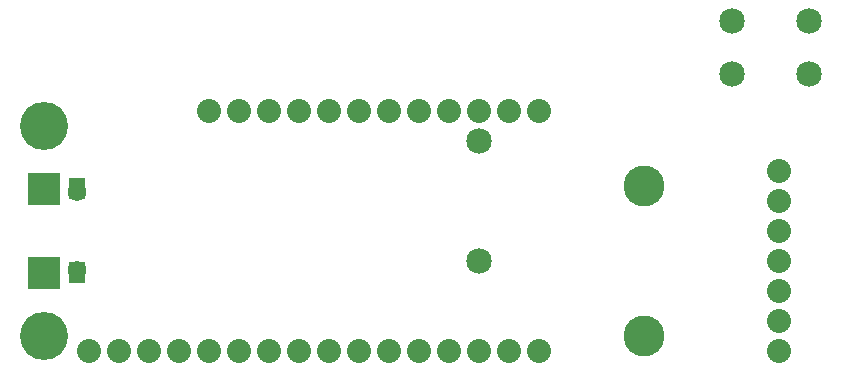
<source format=gts>
G04 MADE WITH FRITZING*
G04 WWW.FRITZING.ORG*
G04 DOUBLE SIDED*
G04 HOLES PLATED*
G04 CONTOUR ON CENTER OF CONTOUR VECTOR*
%ASAXBY*%
%FSLAX23Y23*%
%MOIN*%
%OFA0B0*%
%SFA1.0B1.0*%
%ADD10C,0.136614*%
%ADD11C,0.080000*%
%ADD12C,0.085000*%
%ADD13C,0.105000*%
%ADD14C,0.159999*%
%ADD15C,0.061496*%
%ADD16R,0.105000X0.105000*%
%ADD17R,0.001000X0.001000*%
%LNMASK1*%
G90*
G70*
G54D10*
X2164Y701D03*
G54D11*
X2614Y151D03*
X2614Y251D03*
X2614Y351D03*
X2614Y451D03*
X2614Y551D03*
X2614Y651D03*
X2614Y751D03*
G54D10*
X2164Y201D03*
G54D12*
X2714Y1074D03*
X2458Y1074D03*
X2714Y1251D03*
X2458Y1251D03*
X1614Y851D03*
X1614Y451D03*
G54D11*
X1014Y951D03*
X1114Y151D03*
X314Y151D03*
X1814Y951D03*
G54D13*
X164Y410D03*
G54D11*
X714Y151D03*
X1514Y151D03*
X1414Y951D03*
G54D14*
X164Y901D03*
G54D11*
X514Y151D03*
X914Y151D03*
X1314Y151D03*
X1714Y151D03*
X1614Y951D03*
X1214Y951D03*
X814Y951D03*
G54D15*
X274Y422D03*
G54D11*
X414Y151D03*
X614Y151D03*
X814Y151D03*
X1014Y151D03*
X1214Y151D03*
X1414Y151D03*
X1614Y151D03*
X1814Y151D03*
X1714Y951D03*
X1514Y951D03*
X1314Y951D03*
X1114Y951D03*
X914Y951D03*
X714Y951D03*
G54D14*
X164Y201D03*
G54D15*
X274Y681D03*
G54D13*
X164Y693D03*
G54D16*
X164Y410D03*
X164Y693D03*
G54D17*
X248Y728D02*
X299Y728D01*
X248Y727D02*
X299Y727D01*
X248Y726D02*
X299Y726D01*
X248Y725D02*
X299Y725D01*
X248Y724D02*
X299Y724D01*
X248Y723D02*
X299Y723D01*
X248Y722D02*
X299Y722D01*
X248Y721D02*
X299Y721D01*
X248Y720D02*
X299Y720D01*
X248Y719D02*
X299Y719D01*
X248Y718D02*
X299Y718D01*
X248Y717D02*
X299Y717D01*
X248Y716D02*
X299Y716D01*
X248Y715D02*
X299Y715D01*
X248Y714D02*
X299Y714D01*
X248Y713D02*
X299Y713D01*
X248Y712D02*
X299Y712D01*
X248Y711D02*
X299Y711D01*
X248Y710D02*
X299Y710D01*
X248Y709D02*
X299Y709D01*
X248Y708D02*
X299Y708D01*
X248Y707D02*
X299Y707D01*
X248Y706D02*
X299Y706D01*
X248Y705D02*
X299Y705D01*
X248Y704D02*
X299Y704D01*
X248Y703D02*
X299Y703D01*
X248Y702D02*
X299Y702D01*
X248Y701D02*
X299Y701D01*
X248Y700D02*
X299Y700D01*
X248Y699D02*
X299Y699D01*
X248Y698D02*
X270Y698D01*
X277Y698D02*
X299Y698D01*
X248Y697D02*
X267Y697D01*
X280Y697D02*
X299Y697D01*
X248Y696D02*
X265Y696D01*
X282Y696D02*
X299Y696D01*
X248Y695D02*
X264Y695D01*
X284Y695D02*
X299Y695D01*
X248Y694D02*
X262Y694D01*
X285Y694D02*
X299Y694D01*
X248Y693D02*
X261Y693D01*
X286Y693D02*
X299Y693D01*
X248Y692D02*
X261Y692D01*
X287Y692D02*
X299Y692D01*
X248Y691D02*
X260Y691D01*
X287Y691D02*
X299Y691D01*
X248Y690D02*
X259Y690D01*
X288Y690D02*
X299Y690D01*
X248Y689D02*
X259Y689D01*
X288Y689D02*
X299Y689D01*
X248Y688D02*
X258Y688D01*
X289Y688D02*
X299Y688D01*
X248Y687D02*
X258Y687D01*
X289Y687D02*
X299Y687D01*
X248Y686D02*
X258Y686D01*
X289Y686D02*
X299Y686D01*
X248Y685D02*
X258Y685D01*
X289Y685D02*
X299Y685D01*
X248Y684D02*
X258Y684D01*
X289Y684D02*
X299Y684D01*
X248Y683D02*
X258Y683D01*
X289Y683D02*
X299Y683D01*
X248Y682D02*
X258Y682D01*
X289Y682D02*
X299Y682D01*
X248Y681D02*
X258Y681D01*
X289Y681D02*
X299Y681D01*
X248Y680D02*
X258Y680D01*
X289Y680D02*
X299Y680D01*
X248Y679D02*
X258Y679D01*
X289Y679D02*
X299Y679D01*
X248Y678D02*
X258Y678D01*
X289Y678D02*
X299Y678D01*
X248Y677D02*
X258Y677D01*
X289Y677D02*
X299Y677D01*
X248Y676D02*
X259Y676D01*
X288Y676D02*
X299Y676D01*
X248Y675D02*
X259Y675D01*
X288Y675D02*
X299Y675D01*
X248Y674D02*
X260Y674D01*
X287Y674D02*
X299Y674D01*
X248Y673D02*
X260Y673D01*
X287Y673D02*
X299Y673D01*
X248Y672D02*
X261Y672D01*
X286Y672D02*
X299Y672D01*
X248Y671D02*
X262Y671D01*
X285Y671D02*
X299Y671D01*
X248Y670D02*
X263Y670D01*
X284Y670D02*
X299Y670D01*
X248Y669D02*
X265Y669D01*
X282Y669D02*
X299Y669D01*
X248Y668D02*
X267Y668D01*
X280Y668D02*
X299Y668D01*
X248Y667D02*
X299Y667D01*
X248Y666D02*
X299Y666D01*
X248Y665D02*
X299Y665D01*
X248Y664D02*
X299Y664D01*
X248Y663D02*
X299Y663D01*
X248Y662D02*
X299Y662D01*
X248Y661D02*
X299Y661D01*
X248Y660D02*
X299Y660D01*
X248Y659D02*
X299Y659D01*
X248Y658D02*
X299Y658D01*
X248Y657D02*
X299Y657D01*
X248Y448D02*
X299Y448D01*
X248Y447D02*
X299Y447D01*
X248Y446D02*
X299Y446D01*
X248Y445D02*
X299Y445D01*
X248Y444D02*
X299Y444D01*
X248Y443D02*
X299Y443D01*
X248Y442D02*
X299Y442D01*
X248Y441D02*
X299Y441D01*
X248Y440D02*
X299Y440D01*
X248Y439D02*
X299Y439D01*
X248Y438D02*
X269Y438D01*
X278Y438D02*
X299Y438D01*
X248Y437D02*
X266Y437D01*
X281Y437D02*
X299Y437D01*
X248Y436D02*
X264Y436D01*
X283Y436D02*
X299Y436D01*
X248Y435D02*
X263Y435D01*
X284Y435D02*
X299Y435D01*
X248Y434D02*
X262Y434D01*
X285Y434D02*
X299Y434D01*
X248Y433D02*
X261Y433D01*
X286Y433D02*
X299Y433D01*
X248Y432D02*
X260Y432D01*
X287Y432D02*
X299Y432D01*
X248Y431D02*
X260Y431D01*
X287Y431D02*
X299Y431D01*
X248Y430D02*
X259Y430D01*
X288Y430D02*
X299Y430D01*
X248Y429D02*
X258Y429D01*
X289Y429D02*
X299Y429D01*
X248Y428D02*
X258Y428D01*
X289Y428D02*
X299Y428D01*
X248Y427D02*
X258Y427D01*
X289Y427D02*
X299Y427D01*
X248Y426D02*
X258Y426D01*
X289Y426D02*
X299Y426D01*
X248Y425D02*
X258Y425D01*
X289Y425D02*
X299Y425D01*
X248Y424D02*
X258Y424D01*
X289Y424D02*
X299Y424D01*
X248Y423D02*
X258Y423D01*
X289Y423D02*
X299Y423D01*
X248Y422D02*
X258Y422D01*
X289Y422D02*
X299Y422D01*
X248Y421D02*
X258Y421D01*
X289Y421D02*
X299Y421D01*
X248Y420D02*
X258Y420D01*
X289Y420D02*
X299Y420D01*
X248Y419D02*
X258Y419D01*
X289Y419D02*
X299Y419D01*
X248Y418D02*
X258Y418D01*
X289Y418D02*
X299Y418D01*
X248Y417D02*
X258Y417D01*
X289Y417D02*
X299Y417D01*
X248Y416D02*
X259Y416D01*
X288Y416D02*
X299Y416D01*
X248Y415D02*
X259Y415D01*
X288Y415D02*
X299Y415D01*
X248Y414D02*
X260Y414D01*
X287Y414D02*
X299Y414D01*
X248Y413D02*
X261Y413D01*
X286Y413D02*
X299Y413D01*
X248Y412D02*
X262Y412D01*
X285Y412D02*
X299Y412D01*
X248Y411D02*
X263Y411D01*
X284Y411D02*
X299Y411D01*
X248Y410D02*
X264Y410D01*
X283Y410D02*
X299Y410D01*
X248Y409D02*
X265Y409D01*
X282Y409D02*
X299Y409D01*
X248Y408D02*
X267Y408D01*
X280Y408D02*
X299Y408D01*
X248Y407D02*
X299Y407D01*
X248Y406D02*
X299Y406D01*
X248Y405D02*
X299Y405D01*
X248Y404D02*
X299Y404D01*
X248Y403D02*
X299Y403D01*
X248Y402D02*
X299Y402D01*
X248Y401D02*
X299Y401D01*
X248Y400D02*
X299Y400D01*
X248Y399D02*
X299Y399D01*
X248Y398D02*
X299Y398D01*
X248Y397D02*
X299Y397D01*
X248Y396D02*
X299Y396D01*
X248Y395D02*
X299Y395D01*
X248Y394D02*
X299Y394D01*
X248Y393D02*
X299Y393D01*
X248Y392D02*
X299Y392D01*
X248Y391D02*
X299Y391D01*
X248Y390D02*
X299Y390D01*
X248Y389D02*
X299Y389D01*
X248Y388D02*
X299Y388D01*
X248Y387D02*
X299Y387D01*
X248Y386D02*
X299Y386D01*
X248Y385D02*
X299Y385D01*
X248Y384D02*
X299Y384D01*
X248Y383D02*
X299Y383D01*
X248Y382D02*
X299Y382D01*
X248Y381D02*
X299Y381D01*
X248Y380D02*
X299Y380D01*
X248Y379D02*
X299Y379D01*
X248Y378D02*
X299Y378D01*
X248Y377D02*
X299Y377D01*
D02*
G04 End of Mask1*
M02*
</source>
